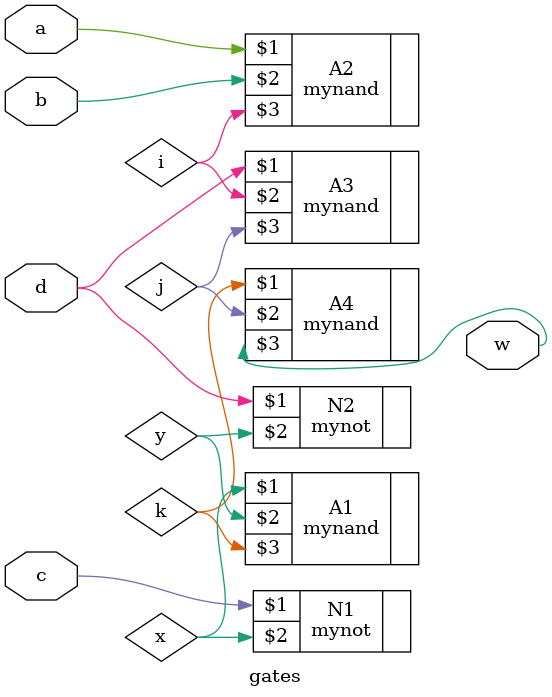
<source format=sv>
`timescale 1ns/1ns
module gates (input a,b,c,d, output w);
	wire i,j,k,x,y;
	mynot N1(c,x);
	mynot N2(d,y);
	mynand A1(x,y,k);
	mynand A2(a,b,i);
	mynand A3(d,i,j);
	mynand A4(k,j,w);

endmodule


</source>
